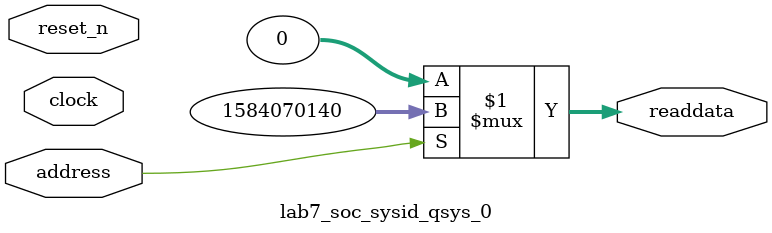
<source format=v>



// synthesis translate_off
`timescale 1ns / 1ps
// synthesis translate_on

// turn off superfluous verilog processor warnings 
// altera message_level Level1 
// altera message_off 10034 10035 10036 10037 10230 10240 10030 

module lab7_soc_sysid_qsys_0 (
               // inputs:
                address,
                clock,
                reset_n,

               // outputs:
                readdata
             )
;

  output  [ 31: 0] readdata;
  input            address;
  input            clock;
  input            reset_n;

  wire    [ 31: 0] readdata;
  //control_slave, which is an e_avalon_slave
  assign readdata = address ? 1584070140 : 0;

endmodule



</source>
